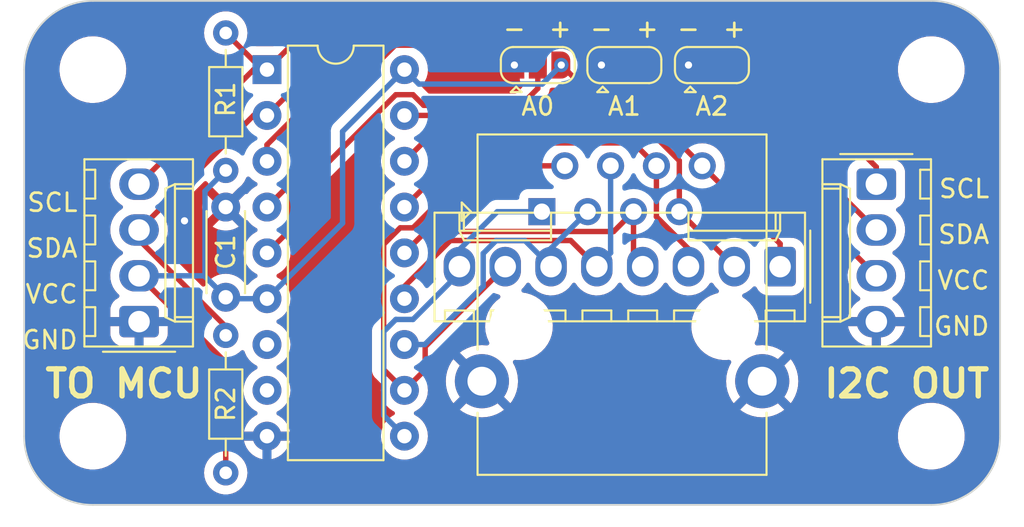
<source format=kicad_pcb>
(kicad_pcb (version 20221018) (generator pcbnew)
  (layers (0 "F.Cu" signal) (31 "B.Cu" signal) (34 "B.Paste" user) (35 "F.Paste" user) (36 "B.SilkS" user "B.Silkscreen") (37 "F.SilkS" user "F.Silkscreen") (38 "B.Mask" user) (39 "F.Mask" user) (44 "Edge.Cuts" user))
  (net 0 "")
  (net 1 "GND")
  (net 2 "GP7")
  (net 3 "GP6")
  (net 4 "GP5")
  (net 5 "GP4")
  (net 6 "GP3")
  (net 7 "GP2")
  (net 8 "GP1")
  (net 9 "GP0")
  (net 10 "Net-(U1-SCL)")
  (net 11 "Net-(U1-SDA)")
  (net 14 "Net-(A0-C)")
  (net 15 "Net-(A0-B)")
  (net 16 "Net-(A1-C)")
  (net 17 "Net-(A2-C)")
  (footprint "Connector_Molex:Molex_KK-254_AE-6410-04A_1x04_P2.54mm_Vertical" (layer "F.Cu") (at 170.688 115.57 -90)
    (fp_text reference "toDaisyChain1" hide)
    (fp_text value "Conn_01x04_Pin")
    (fp_line (start -1.67 -2) (end -1.67 2) (stroke (width 0.12)) (layer "F.SilkS"))
    (fp_line (start -1.38 -3.03) (end -1.38 2.99) (stroke (width 0.12)) (layer "F.SilkS"))
    (fp_line (start -1.38 2.99) (end 9 2.99) (stroke (width 0.12)) (layer "F.SilkS"))
    (fp_line (start -0.8 -3.03) (end -0.8 -2.43) (stroke (width 0.12)) (layer "F.SilkS"))
    (fp_line (start -0.8 -2.43) (end 0.8 -2.43) (stroke (width 0.12)) (layer "F.SilkS"))
    (fp_line (start 0 1.99) (end 0.25 1.46) (stroke (width 0.12)) (layer "F.SilkS"))
    (fp_line (start 0 1.99) (end 7.62 1.99) (stroke (width 0.12)) (layer "F.SilkS"))
    (fp_line (start 0 2.99) (end 0 1.99) (stroke (width 0.12)) (layer "F.SilkS"))
    (fp_line (start 0.25 1.46) (end 7.37 1.46) (stroke (width 0.12)) (layer "F.SilkS"))
    (fp_line (start 0.25 2.99) (end 0.25 1.99) (stroke (width 0.12)) (layer "F.SilkS"))
    (fp_line (start 0.8 -2.43) (end 0.8 -3.03) (stroke (width 0.12)) (layer "F.SilkS"))
    (fp_line (start 1.74 -3.03) (end 1.74 -2.43) (stroke (width 0.12)) (layer "F.SilkS"))
    (fp_line (start 1.74 -2.43) (end 3.34 -2.43) (stroke (width 0.12)) (layer "F.SilkS"))
    (fp_line (start 3.34 -2.43) (end 3.34 -3.03) (stroke (width 0.12)) (layer "F.SilkS"))
    (fp_line (start 4.28 -3.03) (end 4.28 -2.43) (stroke (width 0.12)) (layer "F.SilkS"))
    (fp_line (start 4.28 -2.43) (end 5.88 -2.43) (stroke (width 0.12)) (layer "F.SilkS"))
    (fp_line (start 5.88 -2.43) (end 5.88 -3.03) (stroke (width 0.12)) (layer "F.SilkS"))
    (fp_line (start 6.82 -3.03) (end 6.82 -2.43) (stroke (width 0.12)) (layer "F.SilkS"))
    (fp_line (start 6.82 -2.43) (end 8.42 -2.43) (stroke (width 0.12)) (layer "F.SilkS"))
    (fp_line (start 7.37 1.46) (end 7.62 1.99) (stroke (width 0.12)) (layer "F.SilkS"))
    (fp_line (start 7.37 2.99) (end 7.37 1.99) (stroke (width 0.12)) (layer "F.SilkS"))
    (fp_line (start 7.62 1.99) (end 7.62 2.99) (stroke (width 0.12)) (layer "F.SilkS"))
    (fp_line (start 8.42 -2.43) (end 8.42 -3.03) (stroke (width 0.12)) (layer "F.SilkS"))
    (fp_line (start 9 -3.03) (end -1.38 -3.03) (stroke (width 0.12)) (layer "F.SilkS"))
    (fp_line (start 9 2.99) (end 9 -3.03) (stroke (width 0.12)) (layer "F.SilkS"))
    (pad "1" thru_hole roundrect (at 0 0 270) (size 1.74 2.19) (drill 1.19) (layers "*.Cu" "*.Mask") (roundrect_rratio 0.1436781609) (net 10 "Net-(U1-SCL)"))
    (pad "2" thru_hole oval (at 2.54 0 270) (size 1.74 2.19) (drill 1.19) (layers "*.Cu" "*.Mask") (net 11 "Net-(U1-SDA)"))
    (pad "3" thru_hole oval (at 5.08 0 270) (size 1.74 2.19) (drill 1.19) (layers "*.Cu" "*.Mask") (net 15 "Net-(A0-B)"))
    (pad "4" thru_hole oval (at 7.62 0 270) (size 1.74 2.19) (drill 1.19) (layers "*.Cu" "*.Mask") (net 1 "GND"))
  )
  (footprint "MountingHole:MountingHole_3.2mm_M3" (layer "F.Cu") (at 173.736 109.22)
    (fp_text reference "H3" hide)
    (fp_text value "MountingHole")
    (pad "" np_thru_hole circle (at 0 0) (size 3.2 3.2) (drill 3.2) (layers "*.Cu" "*.Mask"))
  )
  (footprint "Connector_Molex:Molex_KK-254_AE-6410-08A_1x08_P2.54mm_Vertical" (layer "F.Cu") (at 165.354 120.142 180)
    (fp_text reference "J1" hide)
    (fp_text value "Conn_01x08_Pin")
    (fp_line (start -1.67 -2) (end -1.67 2) (stroke (width 0.12)) (layer "F.SilkS"))
    (fp_line (start -1.38 -3.03) (end -1.38 2.99) (stroke (width 0.12)) (layer "F.SilkS"))
    (fp_line (start -1.38 2.99) (end 19.16 2.99) (stroke (width 0.12)) (layer "F.SilkS"))
    (fp_line (start -0.8 -3.03) (end -0.8 -2.43) (stroke (width 0.12)) (layer "F.SilkS"))
    (fp_line (start -0.8 -2.43) (end 0.8 -2.43) (stroke (width 0.12)) (layer "F.SilkS"))
    (fp_line (start 0 1.99) (end 0.25 1.46) (stroke (width 0.12)) (layer "F.SilkS"))
    (fp_line (start 0 1.99) (end 5.08 1.99) (stroke (width 0.12)) (layer "F.SilkS"))
    (fp_line (start 0 2.99) (end 0 1.99) (stroke (width 0.12)) (layer "F.SilkS"))
    (fp_line (start 0.25 1.46) (end 5.08 1.46) (stroke (width 0.12)) (layer "F.SilkS"))
    (fp_line (start 0.25 2.99) (end 0.25 1.99) (stroke (width 0.12)) (layer "F.SilkS"))
    (fp_line (start 0.8 -2.43) (end 0.8 -3.03) (stroke (width 0.12)) (layer "F.SilkS"))
    (fp_line (start 1.74 -3.03) (end 1.74 -2.43) (stroke (width 0.12)) (layer "F.SilkS"))
    (fp_line (start 1.74 -2.43) (end 3.34 -2.43) (stroke (width 0.12)) (layer "F.SilkS"))
    (fp_line (start 3.34 -2.43) (end 3.34 -3.03) (stroke (width 0.12)) (layer "F.SilkS"))
    (fp_line (start 4.28 -3.03) (end 4.28 -2.43) (stroke (width 0.12)) (layer "F.SilkS"))
    (fp_line (start 4.28 -2.43) (end 5.88 -2.43) (stroke (width 0.12)) (layer "F.SilkS"))
    (fp_line (start 5.08 1.46) (end 5.08 1.99) (stroke (width 0.12)) (layer "F.SilkS"))
    (fp_line (start 5.08 1.99) (end 5.08 2.99) (stroke (width 0.12)) (layer "F.SilkS"))
    (fp_line (start 5.88 -2.43) (end 5.88 -3.03) (stroke (width 0.12)) (layer "F.SilkS"))
    (fp_line (start 6.82 -3.03) (end 6.82 -2.43) (stroke (width 0.12)) (layer "F.SilkS"))
    (fp_line (start 6.82 -2.43) (end 8.42 -2.43) (stroke (width 0.12)) (layer "F.SilkS"))
    (fp_line (start 8.42 -2.43) (end 8.42 -3.03) (stroke (width 0.12)) (layer "F.SilkS"))
    (fp_line (start 9.36 -3.03) (end 9.36 -2.43) (stroke (width 0.12)) (layer "F.SilkS"))
    (fp_line (start 9.36 -2.43) (end 10.96 -2.43) (stroke (width 0.12)) (layer "F.SilkS"))
    (fp_line (start 10.96 -2.43) (end 10.96 -3.03) (stroke (width 0.12)) (layer "F.SilkS"))
    (fp_line (start 11.9 -3.03) (end 11.9 -2.43) (stroke (width 0.12)) (layer "F.SilkS"))
    (fp_line (start 11.9 -2.43) (end 13.5 -2.43) (stroke (width 0.12)) (layer "F.SilkS"))
    (fp_line (start 12.7 1.46) (end 12.7 1.99) (stroke (width 0.12)) (layer "F.SilkS"))
    (fp_line (start 12.7 1.99) (end 12.7 2.99) (stroke (width 0.12)) (layer "F.SilkS"))
    (fp_line (start 13.5 -2.43) (end 13.5 -3.03) (stroke (width 0.12)) (layer "F.SilkS"))
    (fp_line (start 14.44 -3.03) (end 14.44 -2.43) (stroke (width 0.12)) (layer "F.SilkS"))
    (fp_line (start 14.44 -2.43) (end 16.04 -2.43) (stroke (width 0.12)) (layer "F.SilkS"))
    (fp_line (start 16.04 -2.43) (end 16.04 -3.03) (stroke (width 0.12)) (layer "F.SilkS"))
    (fp_line (start 16.98 -3.03) (end 16.98 -2.43) (stroke (width 0.12)) (layer "F.SilkS"))
    (fp_line (start 16.98 -2.43) (end 18.58 -2.43) (stroke (width 0.12)) (layer "F.SilkS"))
    (fp_line (start 17.53 1.46) (end 12.7 1.46) (stroke (width 0.12)) (layer "F.SilkS"))
    (fp_line (start 17.53 2.99) (end 17.53 1.99) (stroke (width 0.12)) (layer "F.SilkS"))
    (fp_line (start 17.78 1.99) (end 12.7 1.99) (stroke (width 0.12)) (layer "F.SilkS"))
    (fp_line (start 17.78 1.99) (end 17.53 1.46) (stroke (width 0.12)) (layer "F.SilkS"))
    (fp_line (start 17.78 2.99) (end 17.78 1.99) (stroke (width 0.12)) (layer "F.SilkS"))
    (fp_line (start 18.58 -2.43) (end 18.58 -3.03) (stroke (width 0.12)) (layer "F.SilkS"))
    (fp_line (start 19.16 -3.03) (end -1.38 -3.03) (stroke (width 0.12)) (layer "F.SilkS"))
    (fp_line (start 19.16 2.99) (end 19.16 -3.03) (stroke (width 0.12)) (layer "F.SilkS"))
    (pad "1" thru_hole roundrect (at 0 0 180) (size 1.74 2.19) (drill 1.19) (layers "*.Cu" "*.Mask") (roundrect_rratio 0.1436781609) (net 2 "GP7"))
    (pad "2" thru_hole oval (at 2.54 0 180) (size 1.74 2.19) (drill 1.19) (layers "*.Cu" "*.Mask") (net 3 "GP6"))
    (pad "3" thru_hole oval (at 5.08 0 180) (size 1.74 2.19) (drill 1.19) (layers "*.Cu" "*.Mask") (net 4 "GP5"))
    (pad "4" thru_hole oval (at 7.62 0 180) (size 1.74 2.19) (drill 1.19) (layers "*.Cu" "*.Mask") (net 5 "GP4"))
    (pad "5" thru_hole oval (at 10.16 0 180) (size 1.74 2.19) (drill 1.19) (layers "*.Cu" "*.Mask") (net 6 "GP3"))
    (pad "6" thru_hole oval (at 12.7 0 180) (size 1.74 2.19) (drill 1.19) (layers "*.Cu" "*.Mask") (net 7 "GP2"))
    (pad "7" thru_hole oval (at 15.24 0 180) (size 1.74 2.19) (drill 1.19) (layers "*.Cu" "*.Mask") (net 8 "GP1"))
    (pad "8" thru_hole oval (at 17.78 0 180) (size 1.74 2.19) (drill 1.19) (layers "*.Cu" "*.Mask") (net 9 "GP0"))
  )
  (footprint "Jumper:SolderJumper-3_P1.3mm_Open_RoundedPad1.0x1.5mm" (layer "F.Cu") (at 161.574 108.966)
    (fp_text reference "A2" (at 0 2.286) (layer "F.SilkS"))
    (fp_text value "SolderJumper_3_Open")
    (fp_line (start -2.05 0.3) (end -2.05 -0.3) (stroke (width 0.12)) (layer "F.SilkS"))
    (fp_line (start -1.5 1.5) (end -0.9 1.5) (stroke (width 0.12)) (layer "F.SilkS"))
    (fp_line (start -1.4 -1) (end 1.4 -1) (stroke (width 0.12)) (layer "F.SilkS"))
    (fp_line (start -1.2 1.2) (end -1.5 1.5) (stroke (width 0.12)) (layer "F.SilkS"))
    (fp_line (start -1.2 1.2) (end -0.9 1.5) (stroke (width 0.12)) (layer "F.SilkS"))
    (fp_line (start 1.4 1) (end -1.4 1) (stroke (width 0.12)) (layer "F.SilkS"))
    (fp_line (start 2.05 -0.3) (end 2.05 0.3) (stroke (width 0.12)) (layer "F.SilkS"))
    (fp_arc (start -2.05 -0.3) (mid -1.844975 -0.794975) (end -1.35 -1) (stroke (width 0.12)) (layer "F.SilkS"))
    (fp_arc (start -1.35 1) (mid -1.844975 0.794975) (end -2.05 0.3) (stroke (width 0.12)) (layer "F.SilkS"))
    (fp_arc (start 1.35 -1) (mid 1.844975 -0.794975) (end 2.05 -0.3) (stroke (width 0.12)) (layer "F.SilkS"))
    (fp_arc (start 2.05 0.3) (mid 1.844975 0.794975) (end 1.35 1) (stroke (width 0.12)) (layer "F.SilkS"))
    (pad "1" smd custom (at -1.3 0) (size 1 0.5) (layers "F.Cu" "F.Mask") (net 1 "GND") (options (clearance outline) (anchor rect)) (primitives (gr_circle (center 0 0.25) (end 0.5 0.25) (width 0) (fill yes)) (gr_circle (center 0 -0.25) (end 0.5 -0.25) (width 0) (fill yes)) (gr_poly (pts (xy 0.55 0.75) (xy 0 0.75) (xy 0 -0.75) (xy 0.55 -0.75)) (width 0) (fill yes))))
    (pad "2" smd rect (at 0 0) (size 1 1.5) (layers "F.Cu" "F.Mask") (net 17 "Net-(A2-C)"))
    (pad "3" smd custom (at 1.3 0) (size 1 0.5) (layers "F.Cu" "F.Mask") (net 15 "Net-(A0-B)") (options (clearance outline) (anchor rect)) (primitives (gr_circle (center 0 0.25) (end 0.5 0.25) (width 0) (fill yes)) (gr_circle (center 0 -0.25) (end 0.5 -0.25) (width 0) (fill yes)) (gr_poly (pts (xy 0 0.75) (xy -0.55 0.75) (xy -0.55 -0.75) (xy 0 -0.75)) (width 0) (fill yes))))
  )
  (footprint "Resistor_THT:R_Axial_DIN0204_L3.6mm_D1.6mm_P7.62mm_Horizontal" (layer "F.Cu") (at 134.62 131.572 90)
    (fp_text reference "R2" (at 3.81 0 90) (layer "F.SilkS"))
    (fp_text value "R")
    (fp_line (start 0.94 0) (end 1.89 0) (stroke (width 0.12)) (layer "F.SilkS"))
    (fp_line (start 1.89 -0.92) (end 1.89 0.92) (stroke (width 0.12)) (layer "F.SilkS"))
    (fp_line (start 1.89 0.92) (end 5.73 0.92) (stroke (width 0.12)) (layer "F.SilkS"))
    (fp_line (start 5.73 -0.92) (end 1.89 -0.92) (stroke (width 0.12)) (layer "F.SilkS"))
    (fp_line (start 5.73 0.92) (end 5.73 -0.92) (stroke (width 0.12)) (layer "F.SilkS"))
    (fp_line (start 6.68 0) (end 5.73 0) (stroke (width 0.12)) (layer "F.SilkS"))
    (pad "1" thru_hole circle (at 0 0 90) (size 1.4 1.4) (drill 0.7) (layers "*.Cu" "*.Mask") (net 15 "Net-(A0-B)"))
    (pad "2" thru_hole oval (at 7.62 0 90) (size 1.4 1.4) (drill 0.7) (layers "*.Cu" "*.Mask") (net 11 "Net-(U1-SDA)"))
  )
  (footprint "MountingHole:MountingHole_3.2mm_M3" (layer "F.Cu") (at 173.736 129.54)
    (fp_text reference "H4" hide)
    (fp_text value "MountingHole")
    (pad "" np_thru_hole circle (at 0 0) (size 3.2 3.2) (drill 3.2) (layers "*.Cu" "*.Mask"))
  )
  (footprint "MountingHole:MountingHole_3.2mm_M3" (layer "F.Cu") (at 127.254 129.54)
    (fp_text reference "H1" hide)
    (fp_text value "MountingHole")
    (pad "" np_thru_hole circle (at 0 0) (size 3.2 3.2) (drill 3.2) (layers "*.Cu" "*.Mask"))
  )
  (footprint "Jumper:SolderJumper-3_P1.3mm_Open_RoundedPad1.0x1.5mm" (layer "F.Cu") (at 151.922 108.966)
    (fp_text reference "A0" (at 0 2.286) (layer "F.SilkS"))
    (fp_text value "SolderJumper_3_Open")
    (fp_line (start -2.05 0.3) (end -2.05 -0.3) (stroke (width 0.12)) (layer "F.SilkS"))
    (fp_line (start -1.5 1.5) (end -0.9 1.5) (stroke (width 0.12)) (layer "F.SilkS"))
    (fp_line (start -1.4 -1) (end 1.4 -1) (stroke (width 0.12)) (layer "F.SilkS"))
    (fp_line (start -1.2 1.2) (end -1.5 1.5) (stroke (width 0.12)) (layer "F.SilkS"))
    (fp_line (start -1.2 1.2) (end -0.9 1.5) (stroke (width 0.12)) (layer "F.SilkS"))
    (fp_line (start 1.4 1) (end -1.4 1) (stroke (width 0.12)) (layer "F.SilkS"))
    (fp_line (start 2.05 -0.3) (end 2.05 0.3) (stroke (width 0.12)) (layer "F.SilkS"))
    (fp_arc (start -2.05 -0.3) (mid -1.844975 -0.794975) (end -1.35 -1) (stroke (width 0.12)) (layer "F.SilkS"))
    (fp_arc (start -1.35 1) (mid -1.844975 0.794975) (end -2.05 0.3) (stroke (width 0.12)) (layer "F.SilkS"))
    (fp_arc (start 1.35 -1) (mid 1.844975 -0.794975) (end 2.05 -0.3) (stroke (width 0.12)) (layer "F.SilkS"))
    (fp_arc (start 2.05 0.3) (mid 1.844975 0.794975) (end 1.35 1) (stroke (width 0.12)) (layer "F.SilkS"))
    (pad "1" smd custom (at -1.3 0) (size 1 0.5) (layers "F.Cu" "F.Mask") (net 1 "GND") (options (clearance outline) (anchor rect)) (primitives (gr_circle (center 0 0.25) (end 0.5 0.25) (width 0) (fill yes)) (gr_circle (center 0 -0.25) (end 0.5 -0.25) (width 0) (fill yes)) (gr_poly (pts (xy 0.55 0.75) (xy 0 0.75) (xy 0 -0.75) (xy 0.55 -0.75)) (width 0) (fill yes))))
    (pad "2" smd rect (at 0 0) (size 1 1.5) (layers "F.Cu" "F.Mask") (net 14 "Net-(A0-C)"))
    (pad "3" smd custom (at 1.3 0) (size 1 0.5) (layers "F.Cu" "F.Mask") (net 15 "Net-(A0-B)") (options (clearance outline) (anchor rect)) (primitives (gr_circle (center 0 0.25) (end 0.5 0.25) (width 0) (fill yes)) (gr_circle (center 0 -0.25) (end 0.5 -0.25) (width 0) (fill yes)) (gr_poly (pts (xy 0 0.75) (xy -0.55 0.75) (xy -0.55 -0.75) (xy 0 -0.75)) (width 0) (fill yes))))
  )
  (footprint "Connector_Molex:Molex_KK-254_AE-6410-04A_1x04_P2.54mm_Vertical" (layer "F.Cu") (at 129.814 123.19 90)
    (fp_text reference "toMCU1" hide)
    (fp_text value "Conn_01x04_Pin")
    (fp_line (start -1.67 -2) (end -1.67 2) (stroke (width 0.12)) (layer "F.SilkS"))
    (fp_line (start -1.38 -3.03) (end -1.38 2.99) (stroke (width 0.12)) (layer "F.SilkS"))
    (fp_line (start -1.38 2.99) (end 9 2.99) (stroke (width 0.12)) (layer "F.SilkS"))
    (fp_line (start -0.8 -3.03) (end -0.8 -2.43) (stroke (width 0.12)) (layer "F.SilkS"))
    (fp_line (start -0.8 -2.43) (end 0.8 -2.43) (stroke (width 0.12)) (layer "F.SilkS"))
    (fp_line (start 0 1.99) (end 0.25 1.46) (stroke (width 0.12)) (layer "F.SilkS"))
    (fp_line (start 0 1.99) (end 7.62 1.99) (stroke (width 0.12)) (layer "F.SilkS"))
    (fp_line (start 0 2.99) (end 0 1.99) (stroke (width 0.12)) (layer "F.SilkS"))
    (fp_line (start 0.25 1.46) (end 7.37 1.46) (stroke (width 0.12)) (layer "F.SilkS"))
    (fp_line (start 0.25 2.99) (end 0.25 1.99) (stroke (width 0.12)) (layer "F.SilkS"))
    (fp_line (start 0.8 -2.43) (end 0.8 -3.03) (stroke (width 0.12)) (layer "F.SilkS"))
    (fp_line (start 1.74 -3.03) (end 1.74 -2.43) (stroke (width 0.12)) (layer "F.SilkS"))
    (fp_line (start 1.74 -2.43) (end 3.34 -2.43) (stroke (width 0.12)) (layer "F.SilkS"))
    (fp_line (start 3.34 -2.43) (end 3.34 -3.03) (stroke (width 0.12)) (layer "F.SilkS"))
    (fp_line (start 4.28 -3.03) (end 4.28 -2.43) (stroke (width 0.12)) (layer "F.SilkS"))
    (fp_line (start 4.28 -2.43) (end 5.88 -2.43) (stroke (width 0.12)) (layer "F.SilkS"))
    (fp_line (start 5.88 -2.43) (end 5.88 -3.03) (stroke (width 0.12)) (layer "F.SilkS"))
    (fp_line (start 6.82 -3.03) (end 6.82 -2.43) (stroke (width 0.12)) (layer "F.SilkS"))
    (fp_line (start 6.82 -2.43) (end 8.42 -2.43) (stroke (width 0.12)) (layer "F.SilkS"))
    (fp_line (start 7.37 1.46) (end 7.62 1.99) (stroke (width 0.12)) (layer "F.SilkS"))
    (fp_line (start 7.37 2.99) (end 7.37 1.99) (stroke (width 0.12)) (layer "F.SilkS"))
    (fp_line (start 7.62 1.99) (end 7.62 2.99) (stroke (width 0.12)) (layer "F.SilkS"))
    (fp_line (start 8.42 -2.43) (end 8.42 -3.03) (stroke (width 0.12)) (layer "F.SilkS"))
    (fp_line (start 9 -3.03) (end -1.38 -3.03) (stroke (width 0.12)) (layer "F.SilkS"))
    (fp_line (start 9 2.99) (end 9 -3.03) (stroke (width 0.12)) (layer "F.SilkS"))
    (pad "1" thru_hole roundrect (at 0 0 90) (size 1.74 2.19) (drill 1.19) (layers "*.Cu" "*.Mask") (roundrect_rratio 0.1436781609) (net 1 "GND"))
    (pad "2" thru_hole oval (at 2.54 0 90) (size 1.74 2.19) (drill 1.19) (layers "*.Cu" "*.Mask") (net 15 "Net-(A0-B)"))
    (pad "3" thru_hole oval (at 5.08 0 90) (size 1.74 2.19) (drill 1.19) (layers "*.Cu" "*.Mask") (net 11 "Net-(U1-SDA)"))
    (pad "4" thru_hole oval (at 7.62 0 90) (size 1.74 2.19) (drill 1.19) (layers "*.Cu" "*.Mask") (net 10 "Net-(U1-SCL)"))
  )
  (footprint "Connector_RJ:RJ45_Ninigi_GE" (layer "F.Cu") (at 152.146 117.094)
    (fp_text reference "J2" hide)
    (fp_text value "RJ45_Shielded")
    (fp_line (start -4.441 -0.508) (end -4.441 0.508) (stroke (width 0.12)) (layer "F.SilkS"))
    (fp_line (start -4.441 0.508) (end -3.933 0) (stroke (width 0.12)) (layer "F.SilkS"))
    (fp_line (start -3.933 0) (end -4.441 -0.508) (stroke (width 0.12)) (layer "F.SilkS"))
    (fp_line (start -3.565 -4.28) (end -3.565 7.65) (stroke (width 0.12)) (layer "F.SilkS"))
    (fp_line (start -3.565 11.15) (end -3.565 14.59) (stroke (width 0.12)) (layer "F.SilkS"))
    (fp_line (start 12.455 -4.28) (end -3.565 -4.28) (stroke (width 0.12)) (layer "F.SilkS"))
    (fp_line (start 12.455 -4.28) (end 12.455 7.65) (stroke (width 0.12)) (layer "F.SilkS"))
    (fp_line (start 12.455 11.15) (end 12.455 14.59) (stroke (width 0.12)) (layer "F.SilkS"))
    (fp_line (start 12.455 14.59) (end -3.565 14.59) (stroke (width 0.12)) (layer "F.SilkS"))
    (pad "" np_thru_hole circle (at -1.27 6.35) (size 3.25 3.25) (drill 3.25) (layers "*.Cu" "*.Mask"))
    (pad "" np_thru_hole circle (at 10.16 6.35 180) (size 3.25 3.25) (drill 3.25) (layers "*.Cu" "*.Mask"))
    (pad "1" thru_hole rect (at 0 0 180) (size 1.5 1.5) (drill 0.9) (layers "*.Cu" "*.Mask") (net 9 "GP0"))
    (pad "2" thru_hole circle (at 1.27 -2.54 180) (size 1.5 1.5) (drill 0.9) (layers "*.Cu" "*.Mask") (net 8 "GP1"))
    (pad "3" thru_hole circle (at 2.54 0 180) (size 1.5 1.5) (drill 0.9) (layers "*.Cu" "*.Mask") (net 7 "GP2"))
    (pad "4" thru_hole circle (at 3.81 -2.54 180) (size 1.5 1.5) (drill 0.9) (layers "*.Cu" "*.Mask") (net 6 "GP3"))
    (pad "5" thru_hole circle (at 5.08 0 180) (size 1.5 1.5) (drill 0.9) (layers "*.Cu" "*.Mask") (net 5 "GP4"))
    (pad "6" thru_hole circle (at 6.35 -2.54 180) (size 1.5 1.5) (drill 0.9) (layers "*.Cu" "*.Mask") (net 4 "GP5"))
    (pad "7" thru_hole circle (at 7.62 0 180) (size 1.5 1.5) (drill 0.9) (layers "*.Cu" "*.Mask") (net 3 "GP6"))
    (pad "8" thru_hole circle (at 8.89 -2.54 180) (size 1.5 1.5) (drill 0.9) (layers "*.Cu" "*.Mask") (net 2 "GP7"))
    (pad "SH" thru_hole circle (at -3.325 9.4) (size 3 3) (drill 1.6) (layers "*.Cu" "*.Mask") (net 1 "GND"))
    (pad "SH" thru_hole circle (at 12.215 9.4 180) (size 3 3) (drill 1.6) (layers "*.Cu" "*.Mask") (net 1 "GND"))
  )
  (footprint "Resistor_THT:R_Axial_DIN0204_L3.6mm_D1.6mm_P7.62mm_Horizontal" (layer "F.Cu") (at 134.62 114.808 90)
    (fp_text reference "R1" (at 3.937 0 90) (layer "F.SilkS"))
    (fp_text value "R")
    (fp_line (start 0.94 0) (end 1.89 0) (stroke (width 0.12)) (layer "F.SilkS"))
    (fp_line (start 1.89 -0.92) (end 1.89 0.92) (stroke (width 0.12)) (layer "F.SilkS"))
    (fp_line (start 1.89 0.92) (end 5.73 0.92) (stroke (width 0.12)) (layer "F.SilkS"))
    (fp_line (start 5.73 -0.92) (end 1.89 -0.92) (stroke (width 0.12)) (layer "F.SilkS"))
    (fp_line (start 5.73 0.92) (end 5.73 -0.92) (stroke (width 0.12)) (layer "F.SilkS"))
    (fp_line (start 6.68 0) (end 5.73 0) (stroke (width 0.12)) (layer "F.SilkS"))
    (pad "1" thru_hole circle (at 0 0 90) (size 1.4 1.4) (drill 0.7) (layers "*.Cu" "*.Mask") (net 15 "Net-(A0-B)"))
    (pad "2" thru_hole oval (at 7.62 0 90) (size 1.4 1.4) (drill 0.7) (layers "*.Cu" "*.Mask") (net 10 "Net-(U1-SCL)"))
  )
  (footprint "Jumper:SolderJumper-3_P1.3mm_Open_RoundedPad1.0x1.5mm" (layer "F.Cu") (at 156.718 108.966)
    (fp_text reference "A1" (at 0 2.286) (layer "F.SilkS"))
    (fp_text value "SolderJumper_3_Open")
    (fp_line (start -2.05 0.3) (end -2.05 -0.3) (stroke (width 0.12)) (layer "F.SilkS"))
    (fp_line (start -1.5 1.5) (end -0.9 1.5) (stroke (width 0.12)) (layer "F.SilkS"))
    (fp_line (start -1.4 -1) (end 1.4 -1) (stroke (width 0.12)) (layer "F.SilkS"))
    (fp_line (start -1.2 1.2) (end -1.5 1.5) (stroke (width 0.12)) (layer "F.SilkS"))
    (fp_line (start -1.2 1.2) (end -0.9 1.5) (stroke (width 0.12)) (layer "F.SilkS"))
    (fp_line (start 1.4 1) (end -1.4 1) (stroke (width 0.12)) (layer "F.SilkS"))
    (fp_line (start 2.05 -0.3) (end 2.05 0.3) (stroke (width 0.12)) (layer "F.SilkS"))
    (fp_arc (start -2.05 -0.3) (mid -1.844975 -0.794975) (end -1.35 -1) (stroke (width 0.12)) (layer "F.SilkS"))
    (fp_arc (start -1.35 1) (mid -1.844975 0.794975) (end -2.05 0.3) (stroke (width 0.12)) (layer "F.SilkS"))
    (fp_arc (start 1.35 -1) (mid 1.844975 -0.794975) (end 2.05 -0.3) (stroke (width 0.12)) (layer "F.SilkS"))
    (fp_arc (start 2.05 0.3) (mid 1.844975 0.794975) (end 1.35 1) (stroke (width 0.12)) (layer "F.SilkS"))
    (pad "1" smd custom (at -1.3 0) (size 1 0.5) (layers "F.Cu" "F.Mask") (net 1 "GND") (options (clearance outline) (anchor rect)) (primitives (gr_circle (center 0 0.25) (end 0.5 0.25) (width 0) (fill yes)) (gr_circle (center 0 -0.25) (end 0.5 -0.25) (width 0) (fill yes)) (gr_poly (pts (xy 0.55 0.75) (xy 0 0.75) (xy 0 -0.75) (xy 0.55 -0.75)) (width 0) (fill yes))))
    (pad "2" smd rect (at 0 0) (size 1 1.5) (layers "F.Cu" "F.Mask") (net 16 "Net-(A1-C)"))
    (pad "3" smd custom (at 1.3 0) (size 1 0.5) (layers "F.Cu" "F.Mask") (net 15 "Net-(A0-B)") (options (clearance outline) (anchor rect)) (primitives (gr_circle (center 0 0.25) (end 0.5 0.25) (width 0) (fill yes)) (gr_circle (center 0 -0.25) (end 0.5 -0.25) (width 0) (fill yes)) (gr_poly (pts (xy 0 0.75) (xy -0.55 0.75) (xy -0.55 -0.75) (xy 0 -0.75)) (width 0) (fill yes))))
  )
  (footprint "MountingHole:MountingHole_3.2mm_M3" (layer "F.Cu") (at 127.254 109.22)
    (fp_text reference "H2" hide)
    (fp_text value "MountingHole")
    (pad "" np_thru_hole circle (at 0 0) (size 3.2 3.2) (drill 3.2) (layers "*.Cu" "*.Mask"))
  )
  (footprint "Package_DIP:DIP-18_W7.62mm" (layer "F.Cu") (at 136.906 109.22)
    (fp_text reference "U1" hide)
    (fp_text value "MCP23008-xP")
    (fp_line (start 1.16 -1.33) (end 1.16 21.65) (stroke (width 0.12)) (layer "F.SilkS"))
    (fp_line (start 1.16 21.65) (end 6.46 21.65) (stroke (width 0.12)) (layer "F.SilkS"))
    (fp_line (start 2.81 -1.33) (end 1.16 -1.33) (stroke (width 0.12)) (layer "F.SilkS"))
    (fp_line (start 6.46 -1.33) (end 4.81 -1.33) (stroke (width 0.12)) (layer "F.SilkS"))
    (fp_line (start 6.46 21.65) (end 6.46 -1.33) (stroke (width 0.12)) (layer "F.SilkS"))
    (fp_arc (start 4.81 -1.33) (mid 3.81 -0.33) (end 2.81 -1.33) (stroke (width 0.12)) (layer "F.SilkS"))
    (pad "1" thru_hole rect (at 0 0) (size 1.6 1.6) (drill 0.8) (layers "*.Cu" "*.Mask") (net 10 "Net-(U1-SCL)"))
    (pad "2" thru_hole oval (at 0 2.54) (size 1.6 1.6) (drill 0.8) (layers "*.Cu" "*.Mask") (net 11 "Net-(U1-SDA)"))
    (pad "3" thru_hole oval (at 0 5.08) (size 1.6 1.6) (drill 0.8) (layers "*.Cu" "*.Mask") (net 17 "Net-(A2-C)"))
    (pad "4" thru_hole oval (at 0 7.62) (size 1.6 1.6) (drill 0.8) (layers "*.Cu" "*.Mask") (net 16 "Net-(A1-C)"))
    (pad "5" thru_hole oval (at 0 10.16) (size 1.6 1.6) (drill 0.8) (layers "*.Cu" "*.Mask") (net 14 "Net-(A0-C)"))
    (pad "6" thru_hole oval (at 0 12.7) (size 1.6 1.6) (drill 0.8) (layers "*.Cu" "*.Mask") (net 15 "Net-(A0-B)"))
    (pad "7" thru_hole oval (at 0 15.24) (size 1.6 1.6) (drill 0.8) (layers "*.Cu" "*.Mask"))
    (pad "8" thru_hole oval (at 0 17.78) (size 1.6 1.6) (drill 0.8) (layers "*.Cu" "*.Mask"))
    (pad "9" thru_hole oval (at 0 20.32) (size 1.6 1.6) (drill 0.8) (layers "*.Cu" "*.Mask") (net 1 "GND"))
    (pad "10" thru_hole oval (at 7.62 20.32) (size 1.6 1.6) (drill 0.8) (layers "*.Cu" "*.Mask") (net 9 "GP0"))
    (pad "11" thru_hole oval (at 7.62 17.78) (size 1.6 1.6) (drill 0.8) (layers "*.Cu" "*.Mask") (net 8 "GP1"))
    (pad "12" thru_hole oval (at 7.62 15.24) (size 1.6 1.6) (drill 0.8) (layers "*.Cu" "*.Mask") (net 7 "GP2"))
    (pad "13" thru_hole oval (at 7.62 12.7) (size 1.6 1.6) (drill 0.8) (layers "*.Cu" "*.Mask") (net 6 "GP3"))
    (pad "14" thru_hole oval (at 7.62 10.16) (size 1.6 1.6) (drill 0.8) (layers "*.Cu" "*.Mask") (net 5 "GP4"))
    (pad "15" thru_hole oval (at 7.62 7.62) (size 1.6 1.6) (drill 0.8) (layers "*.Cu" "*.Mask") (net 4 "GP5"))
    (pad "16" thru_hole oval (at 7.62 5.08) (size 1.6 1.6) (drill 0.8) (layers "*.Cu" "*.Mask") (net 3 "GP6"))
    (pad "17" thru_hole oval (at 7.62 2.54) (size 1.6 1.6) (drill 0.8) (layers "*.Cu" "*.Mask") (net 2 "GP7"))
    (pad "18" thru_hole oval (at 7.62 0) (size 1.6 1.6) (drill 0.8) (layers "*.Cu" "*.Mask") (net 15 "Net-(A0-B)"))
  )
  (footprint "Capacitor_THT:C_Disc_D4.3mm_W1.9mm_P5.00mm" (layer "F.Cu") (at 134.62 121.84 90)
    (fp_text reference "C1" (at 2.5 0 90) (layer "F.SilkS"))
    (fp_text value "C")
    (fp_line (start 0.23 -1.07) (end 0.23 -1.055) (stroke (width 0.12)) (layer "F.SilkS"))
    (fp_line (start 0.23 -1.07) (end 4.77 -1.07) (stroke (width 0.12)) (layer "F.SilkS"))
    (fp_line (start 0.23 1.055) (end 0.23 1.07) (stroke (width 0.12)) (layer "F.SilkS"))
    (fp_line (start 0.23 1.07) (end 4.77 1.07) (stroke (width 0.12)) (layer "F.SilkS"))
    (fp_line (start 4.77 -1.07) (end 4.77 -1.055) (stroke (width 0.12)) (layer "F.SilkS"))
    (fp_line (start 4.77 1.055) (end 4.77 1.07) (stroke (width 0.12)) (layer "F.SilkS"))
    (pad "1" thru_hole circle (at 0 0 90) (size 1.6 1.6) (drill 0.8) (layers "*.Cu" "*.Mask") (net 15 "Net-(A0-B)"))
    (pad "2" thru_hole circle (at 5 0 90) (size 1.6 1.6) (drill 0.8) (layers "*.Cu" "*.Mask") (net 1 "GND"))
  )
  (gr_arc (start 177.546 129.54) (mid 176.430077 132.234077) (end 173.736 133.35) (stroke (width 0.1)) (layer "Edge.Cuts"))
  (gr_arc (start 173.736 105.41) (mid 176.430077 106.525923) (end 177.546 109.22) (stroke (width 0.1)) (layer "Edge.Cuts"))
  (gr_arc (start 127.254 133.35) (mid 124.559923 132.234077) (end 123.444 129.54) (stroke (width 0.1)) (layer "Edge.Cuts"))
  (gr_arc (start 123.444 109.22) (mid 124.559923 106.525923) (end 127.254 105.41) (stroke (width 0.1)) (layer "Edge.Cuts"))
  (gr_line (start 173.736 105.41) (end 127.254 105.41) (stroke (width 0.1)) (layer "Edge.Cuts"))
  (gr_line (start 123.444 129.54) (end 123.444 109.22) (stroke (width 0.1)) (layer "Edge.Cuts"))
  (gr_line (start 177.546 129.54) (end 177.546 109.22) (stroke (width 0.1)) (layer "Edge.Cuts"))
  (gr_line (start 127.254 133.35) (end 173.736 133.35) (stroke (width 0.1)) (layer "Edge.Cuts"))
  (gr_text "GND" (at 177.038 123.444) (layer "F.SilkS") (effects (font (size 1 1)) (justify right)))
  (gr_text "-" (at 160.274 106.934) (layer "F.SilkS") (effects (font (size 1 1))))
  (gr_text "+" (at 153.162 106.934) (layer "F.SilkS") (effects (font (size 1 1))))
  (gr_text "GND" (at 126.492 124.206) (layer "F.SilkS") (effects (font (size 1 1)) (justify right)))
  (gr_text "SCL" (at 177.038 115.824) (layer "F.SilkS") (effects (font (size 1 1)) (justify right)))
  (gr_text "SDA" (at 126.492 119.126) (layer "F.SilkS") (effects (font (size 1 1)) (justify right)))
  (gr_text "TO MCU" (at 124.46 127.508) (layer "F.SilkS") (effects (font (size 1.5 1.5) (thickness 0.3) bold) (justify left bottom)))
  (gr_text "I2C OUT" (at 167.64 127.508) (layer "F.SilkS") (effects (font (size 1.5 1.5) (thickness 0.3) bold) (justify left bottom)))
  (gr_text "SCL" (at 126.492 116.586) (layer "F.SilkS") (effects (font (size 1 1)) (justify right)))
  (gr_text "+" (at 157.988 106.934) (layer "F.SilkS") (effects (font (size 1 1))))
  (gr_text "-" (at 155.448 106.934) (layer "F.SilkS") (effects (font (size 1 1))))
  (gr_text "VCC" (at 126.492 121.666) (layer "F.SilkS") (effects (font (size 1 1)) (justify right)))
  (gr_text "SDA" (at 177.038 118.364) (layer "F.SilkS") (effects (font (size 1 1)) (justify right)))
  (gr_text "VCC" (at 177.038 120.904) (layer "F.SilkS") (effects (font (size 1 1)) (justify right)))
  (gr_text "-" (at 150.622 106.934) (layer "F.SilkS") (effects (font (size 1 1))))
  (gr_text "+" (at 162.814 106.934) (layer "F.SilkS") (effects (font (size 1 1))))
  (segment (start 155.418 108.966) (end 155.448 108.966) (width 0.3) (layer "F.Cu") (net 1))
  (via (at 160.274 108.966) (size 0.8) (drill 0.4) (layers "F.Cu" "B.Cu") (net 1))
  (via (at 132.334 117.602) (size 0.8) (drill 0.4) (layers "F.Cu" "B.Cu") (net 1))
  (via (at 150.622 108.966) (size 0.8) (drill 0.4) (layers "F.Cu" "B.Cu") (net 1))
  (via (at 155.448 108.966) (size 0.8) (drill 0.4) (layers "F.Cu" "B.Cu") (net 1))
  (segment (start 161.036 114.554) (end 165.354 118.872) (width 0.3) (layer "F.Cu") (net 2))
  (segment (start 158.242 111.76) (end 161.036 114.554) (width 0.3) (layer "F.Cu") (net 2))
  (segment (start 144.526 111.76) (end 158.242 111.76) (width 0.3) (layer "F.Cu") (net 2))
  (segment (start 165.354 118.872) (end 165.354 120.142) (width 0.3) (layer "F.Cu") (net 2))
  (segment (start 159.766 114.268365) (end 159.766 117.094) (width 0.3) (layer "F.Cu") (net 3))
  (segment (start 158.019635 112.522) (end 159.766 114.268365) (width 0.3) (layer "F.Cu") (net 3))
  (segment (start 159.766 117.094) (end 162.814 120.142) (width 0.3) (layer "F.Cu") (net 3))
  (segment (start 144.526 114.3) (end 146.304 112.522) (width 0.3) (layer "F.Cu") (net 3))
  (segment (start 146.304 112.522) (end 158.019635 112.522) (width 0.3) (layer "F.Cu") (net 3))
  (segment (start 157.226 113.284) (end 158.496 114.554) (width 0.3) (layer "F.Cu") (net 4))
  (segment (start 148.082 113.284) (end 157.226 113.284) (width 0.3) (layer "F.Cu") (net 4))
  (segment (start 158.496 114.554) (end 158.496 117.379635) (width 0.3) (layer "F.Cu") (net 4))
  (segment (start 158.496 117.379635) (end 160.274 119.157635) (width 0.3) (layer "F.Cu") (net 4))
  (segment (start 144.526 116.84) (end 148.082 113.284) (width 0.3) (layer "F.Cu") (net 4))
  (segment (start 160.274 119.157635) (end 160.274 120.142) (width 0.3) (layer "F.Cu") (net 4))
  (segment (start 157.226 117.094) (end 157.226 119.634) (width 0.3) (layer "F.Cu") (net 5))
  (segment (start 157.226 119.634) (end 157.734 120.142) (width 0.3) (layer "F.Cu") (net 5))
  (segment (start 145.712 118.194) (end 156.126 118.194) (width 0.3) (layer "F.Cu") (net 5))
  (segment (start 156.126 118.194) (end 157.226 117.094) (width 0.3) (layer "F.Cu") (net 5))
  (segment (start 144.526 119.38) (end 145.712 118.194) (width 0.3) (layer "F.Cu") (net 5))
  (segment (start 147.071659 118.694) (end 153.746 118.694) (width 0.3) (layer "F.Cu") (net 6))
  (segment (start 153.746 118.694) (end 155.194 120.142) (width 0.3) (layer "F.Cu") (net 6))
  (segment (start 144.526 121.92) (end 144.526 121.239659) (width 0.3) (layer "F.Cu") (net 6))
  (segment (start 144.526 121.239659) (end 147.071659 118.694) (width 0.3) (layer "F.Cu") (net 6))
  (segment (start 155.194 120.142) (end 155.956 119.38) (width 0.3) (layer "B.Cu") (net 6))
  (segment (start 155.956 119.38) (end 155.956 114.554) (width 0.3) (layer "B.Cu") (net 6))
  (segment (start 145.65737 124.46) (end 148.894 121.22337) (width 0.3) (layer "B.Cu") (net 7))
  (segment (start 149.608659 118.697) (end 151.209 118.697) (width 0.3) (layer "B.Cu") (net 7))
  (segment (start 148.894 119.411659) (end 149.608659 118.697) (width 0.3) (layer "B.Cu") (net 7))
  (segment (start 152.654 120.142) (end 152.654 119.126) (width 0.3) (layer "B.Cu") (net 7))
  (segment (start 144.526 124.46) (end 145.65737 124.46) (width 0.3) (layer "B.Cu") (net 7))
  (segment (start 152.654 119.126) (end 154.686 117.094) (width 0.3) (layer "B.Cu") (net 7))
  (segment (start 148.894 121.22337) (end 148.894 119.411659) (width 0.3) (layer "B.Cu") (net 7))
  (segment (start 151.209 118.697) (end 152.654 120.142) (width 0.3) (layer "B.Cu") (net 7))
  (segment (start 145.002346 117.99) (end 148.438346 114.554) (width 0.3) (layer "F.Cu") (net 8))
  (segment (start 143.376 125.85) (end 143.376 118.903654) (width 0.3) (layer "F.Cu") (net 8))
  (segment (start 145.676 124.58) (end 150.114 120.142) (width 0.3) (layer "F.Cu") (net 8))
  (segment (start 148.438346 114.554) (end 153.416 114.554) (width 0.3) (layer "F.Cu") (net 8))
  (segment (start 144.526 127) (end 145.676 125.85) (width 0.3) (layer "F.Cu") (net 8))
  (segment (start 143.376 118.903654) (end 144.289654 117.99) (width 0.3) (layer "F.Cu") (net 8))
  (segment (start 144.526 127) (end 143.376 125.85) (width 0.3) (layer "F.Cu") (net 8))
  (segment (start 145.676 125.85) (end 145.676 124.58) (width 0.3) (layer "F.Cu") (net 8))
  (segment (start 144.289654 117.99) (end 145.002346 117.99) (width 0.3) (layer "F.Cu") (net 8))
  (segment (start 143.376 128.39) (end 143.376 123.743654) (width 0.3) (layer "B.Cu") (net 9))
  (segment (start 144.049654 123.07) (end 145.002346 123.07) (width 0.3) (layer "B.Cu") (net 9))
  (segment (start 147.574 120.498346) (end 147.574 120.142) (width 0.3) (layer "B.Cu") (net 9))
  (segment (start 144.526 129.54) (end 143.376 128.39) (width 0.3) (layer "B.Cu") (net 9))
  (segment (start 145.002346 123.07) (end 147.574 120.498346) (width 0.3) (layer "B.Cu") (net 9))
  (segment (start 143.376 123.743654) (end 144.049654 123.07) (width 0.3) (layer "B.Cu") (net 9))
  (segment (start 147.574 119.197) (end 149.677 117.094) (width 0.3) (layer "B.Cu") (net 9))
  (segment (start 149.677 117.094) (end 152.146 117.094) (width 0.3) (layer "B.Cu") (net 9))
  (segment (start 147.574 120.142) (end 147.574 119.197) (width 0.3) (layer "B.Cu") (net 9))
  (segment (start 136.906 109.22) (end 136.652 109.22) (width 0.3) (layer "F.Cu") (net 10))
  (segment (start 139.76 106.366) (end 136.906 109.22) (width 0.3) (layer "F.Cu") (net 10))
  (segment (start 136.906 109.22) (end 136.164 109.22) (width 0.3) (layer "F.Cu") (net 10))
  (segment (start 162.433189 106.366) (end 139.76 106.366) (width 0.3) (layer "F.Cu") (net 10))
  (segment (start 170.688 115.57) (end 170.688 114.620811) (width 0.3) (layer "F.Cu") (net 10))
  (segment (start 136.652 109.22) (end 134.62 107.188) (width 0.3) (layer "F.Cu") (net 10))
  (segment (start 136.164 109.22) (end 129.814 115.57) (width 0.3) (layer "F.Cu") (net 10))
  (segment (start 170.688 114.620811) (end 162.433189 106.366) (width 0.3) (layer "F.Cu") (net 10))
  (segment (start 165.488 112.91) (end 170.688 118.11) (width 0.3) (layer "F.Cu") (net 11))
  (segment (start 134.62 123.466346) (end 134.62 123.952) (width 0.3) (layer "F.Cu") (net 11))
  (segment (start 136.164 111.76) (end 136.906 111.76) (width 0.3) (layer "F.Cu") (net 11))
  (segment (start 165.488 110.127918) (end 165.488 112.91) (width 0.3) (layer "F.Cu") (net 11))
  (segment (start 136.906 111.76) (end 141.8 106.866) (width 0.3) (layer "F.Cu") (net 11))
  (segment (start 129.814 118.11) (end 129.814 118.660346) (width 0.3) (layer "F.Cu") (net 11))
  (segment (start 129.814 118.660346) (end 134.62 123.466346) (width 0.3) (layer "F.Cu") (net 11))
  (segment (start 141.8 106.866) (end 162.226082 106.866) (width 0.3) (layer "F.Cu") (net 11))
  (segment (start 162.226082 106.866) (end 165.488 110.127918) (width 0.3) (layer "F.Cu") (net 11))
  (segment (start 129.814 118.11) (end 136.164 111.76) (width 0.3) (layer "F.Cu") (net 11))
  (segment (start 144.049654 110.61) (end 138.176 116.483654) (width 0.3) (layer "F.Cu") (net 14))
  (segment (start 145.593173 111.200827) (end 145.002346 110.61) (width 0.3) (layer "F.Cu") (net 14))
  (segment (start 150.982149 111.200827) (end 151.922 110.260976) (width 0.3) (layer "F.Cu") (net 14))
  (segment (start 151.922 110.260976) (end 151.922 108.966) (width 0.3) (layer "F.Cu") (net 14))
  (segment (start 145.002346 110.61) (end 144.049654 110.61) (width 0.3) (layer "F.Cu") (net 14))
  (segment (start 138.176 118.11) (end 136.906 119.38) (width 0.3) (layer "F.Cu") (net 14))
  (segment (start 138.176 116.483654) (end 138.176 118.11) (width 0.3) (layer "F.Cu") (net 14))
  (segment (start 145.593173 111.200827) (end 150.982149 111.200827) (width 0.3) (layer "F.Cu") (net 14))
  (segment (start 162.874 108.966) (end 162.874 109.616) (width 0.3) (layer "F.Cu") (net 15))
  (segment (start 158.018 108.966) (end 159.288 110.236) (width 0.3) (layer "F.Cu") (net 15))
  (segment (start 162.254 110.236) (end 159.288 110.236) (width 0.3) (layer "F.Cu") (net 15))
  (segment (start 157.568 110.066) (end 157.568 109.416) (width 0.3) (layer "F.Cu") (net 15))
  (segment (start 157.568 109.416) (end 158.018 108.966) (width 0.3) (layer "F.Cu") (net 15))
  (segment (start 134.62 125.456) (end 134.62 131.572) (width 0.3) (layer "F.Cu") (net 15))
  (segment (start 154.322 110.066) (end 153.222 108.966) (width 0.3) (layer "F.Cu") (net 15))
  (segment (start 162.874 109.616) (end 162.254 110.236) (width 0.3) (layer "F.Cu") (net 15))
  (segment (start 162.874 112.836) (end 162.874 108.966) (width 0.3) (layer "F.Cu") (net 15))
  (segment (start 157.568 110.066) (end 154.322 110.066) (width 0.3) (layer "F.Cu") (net 15))
  (segment (start 129.814 120.65) (end 134.62 125.456) (width 0.3) (layer "F.Cu") (net 15))
  (segment (start 170.688 120.65) (end 162.874 112.836) (width 0.3) (layer "F.Cu") (net 15))
  (via (at 153.222 108.966) (size 0.8) (drill 0.4) (layers "F.Cu" "B.Cu") (net 15))
  (segment (start 145.325999 110.019999) (end 152.168001 110.019999) (width 0.3) (layer "B.Cu") (net 15))
  (segment (start 136.906 121.92) (end 134.7 121.92) (width 0.3) (layer "B.Cu") (net 15))
  (segment (start 145.325999 110.019999) (end 144.526 109.22) (width 0.3) (layer "B.Cu") (net 15))
  (segment (start 133.47 120.69) (end 134.62 121.84) (width 0.3) (layer "B.Cu") (net 15))
  (segment (start 134.7 121.92) (end 134.62 121.84) (width 0.3) (layer "B.Cu") (net 15))
  (segment (start 133.43 120.65) (end 134.62 121.84) (width 0.3) (layer "B.Cu") (net 15))
  (segment (start 134.62 114.808) (end 133.47 115.958) (width 0.3) (layer "B.Cu") (net 15))
  (segment (start 152.168001 110.019999) (end 153.222 108.966) (width 0.3) (layer "B.Cu") (net 15))
  (segment (start 136.906 121.92) (end 141.097 117.729) (width 0.3) (layer "B.Cu") (net 15))
  (segment (start 133.47 115.958) (end 133.47 120.69) (width 0.3) (layer "B.Cu") (net 15))
  (segment (start 141.097 117.729) (end 141.097 112.649) (width 0.3) (layer "B.Cu") (net 15))
  (segment (start 129.814 120.65) (end 133.43 120.65) (width 0.3) (layer "B.Cu") (net 15))
  (segment (start 141.097 112.649) (end 144.526 109.22) (width 0.3) (layer "B.Cu") (net 15))
  (segment (start 138.684 115.062) (end 138.684 113.195654) (width 0.3) (layer "F.Cu") (net 16))
  (segment (start 156.668 107.866) (end 156.718 107.916) (width 0.3) (layer "F.Cu") (net 16))
  (segment (start 138.684 113.195654) (end 144.013654 107.866) (width 0.3) (layer "F.Cu") (net 16))
  (segment (start 144.013654 107.866) (end 156.668 107.866) (width 0.3) (layer "F.Cu") (net 16))
  (segment (start 136.906 116.84) (end 138.684 115.062) (width 0.3) (layer "F.Cu") (net 16))
  (segment (start 156.718 107.916) (end 156.718 108.966) (width 0.3) (layer "F.Cu") (net 16))
  (segment (start 160.468976 107.366) (end 142.926346 107.366) (width 0.3) (layer "F.Cu") (net 17))
  (segment (start 161.574 108.966) (end 161.574 108.471024) (width 0.3) (layer "F.Cu") (net 17))
  (segment (start 142.926346 107.366) (end 136.906 113.386346) (width 0.3) (layer "F.Cu") (net 17))
  (segment (start 136.906 113.386346) (end 136.906 114.3) (width 0.3) (layer "F.Cu") (net 17))
  (segment (start 161.574 108.471024) (end 160.468976 107.366) (width 0.3) (layer "F.Cu") (net 17))
  (zone (net 1) (net_name "GND") (layers "F&B.Cu") (connect_pads (clearance 0.5)) (min_thickness 0.25) (fill yes (thermal_gap 0.5) (thermal_bridge_width 0.5))
    (polygon (pts (xy 177.546 133.35) (xy 177.546 105.41) (xy 123.444 105.41) (xy 123.444 133.35)))
  )
)
</source>
